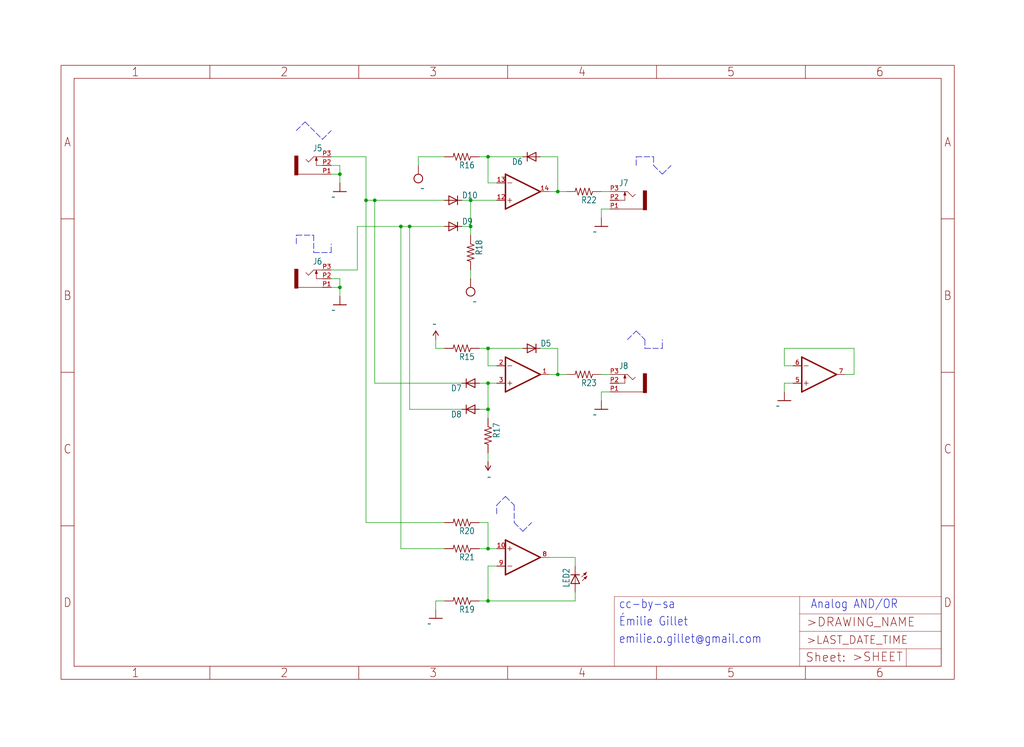
<source format=kicad_sch>
(kicad_sch (version 20211123) (generator eeschema)
  (paper "User" 298.45 217.881)
  (lib_symbols
    (symbol "kinks_v41-eagle-import:A4L-LOC"
      (symbol "A4L-LOC_0_0"
        (polyline (pts (xy 0 44.7675) (xy 3.81 44.7675)))
        (polyline (pts (xy 0 89.535) (xy 3.81 89.535)))
        (polyline (pts (xy 0 134.3025) (xy 3.81 134.3025)))
        (polyline (pts (xy 3.81 3.81) (xy 3.81 175.26)))
        (polyline (pts (xy 43.3917 0) (xy 43.3917 3.81)))
        (polyline (pts (xy 43.3917 175.26) (xy 43.3917 179.07)))
        (polyline (pts (xy 86.7833 0) (xy 86.7833 3.81)))
        (polyline (pts (xy 86.7833 175.26) (xy 86.7833 179.07)))
        (polyline (pts (xy 130.175 0) (xy 130.175 3.81)))
        (polyline (pts (xy 130.175 175.26) (xy 130.175 179.07)))
        (polyline (pts (xy 173.5667 0) (xy 173.5667 3.81)))
        (polyline (pts (xy 173.5667 175.26) (xy 173.5667 179.07)))
        (polyline (pts (xy 216.9583 0) (xy 216.9583 3.81)))
        (polyline (pts (xy 216.9583 175.26) (xy 216.9583 179.07)))
        (polyline (pts (xy 256.54 3.81) (xy 3.81 3.81)))
        (polyline (pts (xy 256.54 3.81) (xy 256.54 175.26)))
        (polyline (pts (xy 256.54 44.7675) (xy 260.35 44.7675)))
        (polyline (pts (xy 256.54 89.535) (xy 260.35 89.535)))
        (polyline (pts (xy 256.54 134.3025) (xy 260.35 134.3025)))
        (polyline (pts (xy 256.54 175.26) (xy 3.81 175.26)))
        (polyline (pts (xy 0 0) (xy 260.35 0) (xy 260.35 179.07) (xy 0 179.07) (xy 0 0)))
        (text "1" (at 21.6958 1.905 0) (effects (font (size 2.54 2.286))))
        (text "1" (at 21.6958 177.165 0) (effects (font (size 2.54 2.286))))
        (text "2" (at 65.0875 1.905 0) (effects (font (size 2.54 2.286))))
        (text "2" (at 65.0875 177.165 0) (effects (font (size 2.54 2.286))))
        (text "3" (at 108.4792 1.905 0) (effects (font (size 2.54 2.286))))
        (text "3" (at 108.4792 177.165 0) (effects (font (size 2.54 2.286))))
        (text "4" (at 151.8708 1.905 0) (effects (font (size 2.54 2.286))))
        (text "4" (at 151.8708 177.165 0) (effects (font (size 2.54 2.286))))
        (text "5" (at 195.2625 1.905 0) (effects (font (size 2.54 2.286))))
        (text "5" (at 195.2625 177.165 0) (effects (font (size 2.54 2.286))))
        (text "6" (at 238.6542 1.905 0) (effects (font (size 2.54 2.286))))
        (text "6" (at 238.6542 177.165 0) (effects (font (size 2.54 2.286))))
        (text "A" (at 1.905 156.6863 0) (effects (font (size 2.54 2.286))))
        (text "A" (at 258.445 156.6863 0) (effects (font (size 2.54 2.286))))
        (text "B" (at 1.905 111.9188 0) (effects (font (size 2.54 2.286))))
        (text "B" (at 258.445 111.9188 0) (effects (font (size 2.54 2.286))))
        (text "C" (at 1.905 67.1513 0) (effects (font (size 2.54 2.286))))
        (text "C" (at 258.445 67.1513 0) (effects (font (size 2.54 2.286))))
        (text "D" (at 1.905 22.3838 0) (effects (font (size 2.54 2.286))))
        (text "D" (at 258.445 22.3838 0) (effects (font (size 2.54 2.286))))
      )
      (symbol "A4L-LOC_1_0"
        (polyline (pts (xy 161.29 3.81) (xy 161.29 24.13)) (stroke (width 0.1016)))
        (polyline (pts (xy 161.29 24.13) (xy 215.265 24.13)) (stroke (width 0.1016)))
        (polyline (pts (xy 215.265 8.89) (xy 215.265 3.81)) (stroke (width 0.1016)))
        (polyline (pts (xy 215.265 8.89) (xy 215.265 13.97)) (stroke (width 0.1016)))
        (polyline (pts (xy 215.265 13.97) (xy 215.265 19.05)) (stroke (width 0.1016)))
        (polyline (pts (xy 215.265 13.97) (xy 256.54 13.97)) (stroke (width 0.1016)))
        (polyline (pts (xy 215.265 19.05) (xy 215.265 24.13)) (stroke (width 0.1016)))
        (polyline (pts (xy 215.265 19.05) (xy 256.54 19.05)) (stroke (width 0.1016)))
        (polyline (pts (xy 215.265 24.13) (xy 256.54 24.13)) (stroke (width 0.1016)))
        (polyline (pts (xy 246.38 3.81) (xy 246.38 8.89)) (stroke (width 0.1016)))
        (polyline (pts (xy 246.38 8.89) (xy 215.265 8.89)) (stroke (width 0.1016)))
        (polyline (pts (xy 246.38 8.89) (xy 256.54 8.89)) (stroke (width 0.1016)))
        (polyline (pts (xy 256.54 3.81) (xy 256.54 8.89)) (stroke (width 0.1016)))
        (polyline (pts (xy 256.54 8.89) (xy 256.54 13.97)) (stroke (width 0.1016)))
        (polyline (pts (xy 256.54 13.97) (xy 256.54 19.05)) (stroke (width 0.1016)))
        (polyline (pts (xy 256.54 19.05) (xy 256.54 24.13)) (stroke (width 0.1016)))
        (text ">DRAWING_NAME" (at 217.17 15.24 0) (effects (font (size 2.54 2.54)) (justify left bottom)))
        (text ">LAST_DATE_TIME" (at 217.17 10.16 0) (effects (font (size 2.286 2.286)) (justify left bottom)))
        (text ">SHEET" (at 230.505 5.08 0) (effects (font (size 2.54 2.54)) (justify left bottom)))
        (text "Sheet:" (at 216.916 4.953 0) (effects (font (size 2.54 2.54)) (justify left bottom)))
      )
    )
    (symbol "kinks_v41-eagle-import:DIODE-SOD523"
      (property "Reference" "D" (at 2.54 0.4826 0))
      (property "Value" "DIODE-SOD523" (at 2.54 -2.3114 0))
      (symbol "DIODE-SOD523_1_0"
        (polyline (pts (xy -1.27 -1.27) (xy 1.27 0)) (stroke (width 0.254)))
        (polyline (pts (xy -1.27 1.27) (xy -1.27 -1.27)) (stroke (width 0.254)))
        (polyline (pts (xy 1.27 0) (xy -1.27 1.27)) (stroke (width 0.254)))
        (polyline (pts (xy 1.27 0) (xy 1.27 -1.27)) (stroke (width 0.254)))
        (polyline (pts (xy 1.27 1.27) (xy 1.27 0)) (stroke (width 0.254)))
        (pin passive line (at -2.54 0 0) (length 2.54) (name "A") (number "A"))
        (pin passive line (at 2.54 0 180) (length 2.54) (name "C") (number "C"))
      )
    )
    (symbol "kinks_v41-eagle-import:GND" (power)
      (property "Value" "GND" (at -2.54 -2.54 0))
      (symbol "GND_1_0"
        (polyline (pts (xy -1.905 0) (xy 1.905 0)) (stroke (width 0.254)))
        (pin power_in line (at 0 2.54 270) (length 2.54) (name "GND") (number "1"))
      )
    )
    (symbol "kinks_v41-eagle-import:LED3MM"
      (property "Reference" "LED" (at 3.556 -4.572 90))
      (property "Value" "LED3MM" (at 5.715 -4.572 90))
      (symbol "LED3MM_1_0"
        (polyline (pts (xy -2.032 -0.762) (xy -3.429 -2.159)) (stroke (width 0.1524)))
        (polyline (pts (xy -1.905 -1.905) (xy -3.302 -3.302)) (stroke (width 0.1524)))
        (polyline (pts (xy 0 -2.54) (xy -1.27 -2.54)) (stroke (width 0.254)))
        (polyline (pts (xy 0 -2.54) (xy -1.27 0)) (stroke (width 0.254)))
        (polyline (pts (xy 0 0) (xy -1.27 0)) (stroke (width 0.254)))
        (polyline (pts (xy 0 0) (xy 0 -2.54)) (stroke (width 0.1524)))
        (polyline (pts (xy 1.27 -2.54) (xy 0 -2.54)) (stroke (width 0.254)))
        (polyline (pts (xy 1.27 0) (xy 0 -2.54)) (stroke (width 0.254)))
        (polyline (pts (xy 1.27 0) (xy 0 0)) (stroke (width 0.254)))
        (polyline (pts (xy -3.429 -2.159) (xy -3.048 -1.27) (xy -2.54 -1.778)) (fill (type outline)))
        (polyline (pts (xy -3.302 -3.302) (xy -2.921 -2.413) (xy -2.413 -2.921)) (fill (type outline)))
        (pin passive line (at 0 2.54 270) (length 2.54) (name "A") (number "A"))
        (pin passive line (at 0 -5.08 90) (length 2.54) (name "C") (number "K"))
      )
    )
    (symbol "kinks_v41-eagle-import:PJ301_THONKICONN6"
      (property "Reference" "J" (at -2.54 4.064 0))
      (symbol "PJ301_THONKICONN6_1_0"
        (polyline (pts (xy -2.54 -2.54) (xy 4.572 -2.54)) (stroke (width 0.1524)))
        (polyline (pts (xy -2.54 0) (xy -0.762 0)) (stroke (width 0.1524)))
        (polyline (pts (xy -2.54 2.54) (xy 0 2.54)) (stroke (width 0.1524)))
        (polyline (pts (xy -1.016 1.524) (xy -0.508 1.524)) (stroke (width 0.254)))
        (polyline (pts (xy -0.762 0) (xy -0.762 2.286)) (stroke (width 0.1524)))
        (polyline (pts (xy -0.762 2.286) (xy -1.016 1.524)) (stroke (width 0.254)))
        (polyline (pts (xy -0.508 1.524) (xy -0.762 2.286)) (stroke (width 0.254)))
        (polyline (pts (xy 0 2.54) (xy 1.524 1.016)) (stroke (width 0.1524)))
        (polyline (pts (xy 1.524 1.016) (xy 2.286 1.778)) (stroke (width 0.1524)))
        (rectangle (start 4.572 2.794) (end 5.588 -2.794) (fill (type outline)))
        (pin passive line (at -5.08 -2.54 0) (length 2.54) (name "1") (number "P1"))
        (pin passive line (at -5.08 0 0) (length 2.54) (name "2") (number "P2"))
        (pin passive line (at -5.08 2.54 0) (length 2.54) (name "3") (number "P3"))
      )
    )
    (symbol "kinks_v41-eagle-import:R-US_R0402"
      (property "Reference" "R" (at -3.81 1.4986 0))
      (property "Value" "R-US_R0402" (at -3.81 -3.302 0))
      (symbol "R-US_R0402_1_0"
        (polyline (pts (xy -2.54 0) (xy -2.159 1.016)) (stroke (width 0.2032)))
        (polyline (pts (xy -2.159 1.016) (xy -1.524 -1.016)) (stroke (width 0.2032)))
        (polyline (pts (xy -1.524 -1.016) (xy -0.889 1.016)) (stroke (width 0.2032)))
        (polyline (pts (xy -0.889 1.016) (xy -0.254 -1.016)) (stroke (width 0.2032)))
        (polyline (pts (xy -0.254 -1.016) (xy 0.381 1.016)) (stroke (width 0.2032)))
        (polyline (pts (xy 0.381 1.016) (xy 1.016 -1.016)) (stroke (width 0.2032)))
        (polyline (pts (xy 1.016 -1.016) (xy 1.651 1.016)) (stroke (width 0.2032)))
        (polyline (pts (xy 1.651 1.016) (xy 2.286 -1.016)) (stroke (width 0.2032)))
        (polyline (pts (xy 2.286 -1.016) (xy 2.54 0)) (stroke (width 0.2032)))
        (pin passive line (at -5.08 0 0) (length 2.54) (name "1") (number "1"))
        (pin passive line (at 5.08 0 180) (length 2.54) (name "2") (number "2"))
      )
    )
    (symbol "kinks_v41-eagle-import:TL074PW"
      (symbol "TL074PW_1_0"
        (polyline (pts (xy -5.08 -5.08) (xy 5.08 0)) (stroke (width 0.4064)))
        (polyline (pts (xy -5.08 5.08) (xy -5.08 -5.08)) (stroke (width 0.4064)))
        (polyline (pts (xy -4.445 -2.54) (xy -3.175 -2.54)) (stroke (width 0.1524)))
        (polyline (pts (xy -4.445 2.54) (xy -3.175 2.54)) (stroke (width 0.1524)))
        (polyline (pts (xy -3.81 3.175) (xy -3.81 1.905)) (stroke (width 0.1524)))
        (polyline (pts (xy 5.08 0) (xy -5.08 5.08)) (stroke (width 0.4064)))
        (pin output line (at 7.62 0 180) (length 2.54) (name "OUT") (number "1"))
        (pin input line (at -7.62 -2.54 0) (length 2.54) (name "-IN") (number "2"))
        (pin input line (at -7.62 2.54 0) (length 2.54) (name "+IN") (number "3"))
      )
      (symbol "TL074PW_2_0"
        (polyline (pts (xy -5.08 -5.08) (xy 5.08 0)) (stroke (width 0.4064)))
        (polyline (pts (xy -5.08 5.08) (xy -5.08 -5.08)) (stroke (width 0.4064)))
        (polyline (pts (xy -4.445 -2.54) (xy -3.175 -2.54)) (stroke (width 0.1524)))
        (polyline (pts (xy -4.445 2.54) (xy -3.175 2.54)) (stroke (width 0.1524)))
        (polyline (pts (xy -3.81 3.175) (xy -3.81 1.905)) (stroke (width 0.1524)))
        (polyline (pts (xy 5.08 0) (xy -5.08 5.08)) (stroke (width 0.4064)))
        (pin input line (at -7.62 2.54 0) (length 2.54) (name "+IN") (number "5"))
        (pin input line (at -7.62 -2.54 0) (length 2.54) (name "-IN") (number "6"))
        (pin output line (at 7.62 0 180) (length 2.54) (name "OUT") (number "7"))
      )
      (symbol "TL074PW_3_0"
        (polyline (pts (xy -5.08 -5.08) (xy 5.08 0)) (stroke (width 0.4064)))
        (polyline (pts (xy -5.08 5.08) (xy -5.08 -5.08)) (stroke (width 0.4064)))
        (polyline (pts (xy -4.445 -2.54) (xy -3.175 -2.54)) (stroke (width 0.1524)))
        (polyline (pts (xy -4.445 2.54) (xy -3.175 2.54)) (stroke (width 0.1524)))
        (polyline (pts (xy -3.81 3.175) (xy -3.81 1.905)) (stroke (width 0.1524)))
        (polyline (pts (xy 5.08 0) (xy -5.08 5.08)) (stroke (width 0.4064)))
        (pin input line (at -7.62 2.54 0) (length 2.54) (name "+IN") (number "10"))
        (pin output line (at 7.62 0 180) (length 2.54) (name "OUT") (number "8"))
        (pin input line (at -7.62 -2.54 0) (length 2.54) (name "-IN") (number "9"))
      )
      (symbol "TL074PW_4_0"
        (polyline (pts (xy -5.08 -5.08) (xy 5.08 0)) (stroke (width 0.4064)))
        (polyline (pts (xy -5.08 5.08) (xy -5.08 -5.08)) (stroke (width 0.4064)))
        (polyline (pts (xy -4.445 -2.54) (xy -3.175 -2.54)) (stroke (width 0.1524)))
        (polyline (pts (xy -4.445 2.54) (xy -3.175 2.54)) (stroke (width 0.1524)))
        (polyline (pts (xy -3.81 3.175) (xy -3.81 1.905)) (stroke (width 0.1524)))
        (polyline (pts (xy 5.08 0) (xy -5.08 5.08)) (stroke (width 0.4064)))
        (pin input line (at -7.62 2.54 0) (length 2.54) (name "+IN") (number "12"))
        (pin input line (at -7.62 -2.54 0) (length 2.54) (name "-IN") (number "13"))
        (pin output line (at 7.62 0 180) (length 2.54) (name "OUT") (number "14"))
      )
      (symbol "TL074PW_5_0"
        (text "V+" (at 1.27 3.175 900) (effects (font (size 0.8128 0.6908)) (justify left bottom)))
        (text "V-" (at 1.27 -4.445 900) (effects (font (size 0.8128 0.6908)) (justify left bottom)))
        (pin power_in line (at 0 -7.62 90) (length 5.08) (name "V-") (number "11"))
        (pin power_in line (at 0 7.62 270) (length 5.08) (name "V+") (number "4"))
      )
    )
    (symbol "kinks_v41-eagle-import:VCC" (power)
      (property "Value" "VCC" (at -1.016 3.556 0))
      (symbol "VCC_1_0"
        (polyline (pts (xy 0 2.54) (xy -0.762 1.27)) (stroke (width 0.254)))
        (polyline (pts (xy 0.762 1.27) (xy 0 2.54)) (stroke (width 0.254)))
        (pin power_in line (at 0 0 90) (length 2.54) (name "VCC") (number "1"))
      )
    )
    (symbol "kinks_v41-eagle-import:VEE" (power)
      (property "Value" "VEE" (at -1.905 3.175 0))
      (symbol "VEE_1_0"
        (circle (center 0 1.27) (radius 1.27) (stroke (width 0.254)))
        (pin power_in line (at 0 -2.54 90) (length 2.54) (name "VEE") (number "1"))
      )
    )
  )
  (junction (at 142.24 45.72))
  (junction (at 109.22 58.42))
  (junction (at 106.68 58.42))
  (junction (at 142.24 175.26))
  (junction (at 142.24 160.02))
  (junction (at 99.06 50.8))
  (junction (at 137.16 58.42))
  (junction (at 137.16 66.04))
  (junction (at 142.24 101.6))
  (junction (at 142.24 111.76))
  (junction (at 162.56 55.88))
  (junction (at 142.24 119.38))
  (junction (at 119.38 66.04))
  (junction (at 99.06 83.82))
  (junction (at 162.56 109.22))
  (junction (at 116.84 66.04))
  (wire (pts (xy 142.24 160.02) (xy 142.24 152.4)))
  (wire (pts (xy 129.54 160.02) (xy 116.84 160.02)))
  (wire (pts (xy 157.48 45.72) (xy 162.56 45.72)))
  (wire (pts (xy 162.56 55.88) (xy 165.1 55.88)))
  (polyline (pts (xy 149.86 152.4) (xy 152.4 154.94)))
  (wire (pts (xy 134.62 66.04) (xy 137.16 66.04)))
  (wire (pts (xy 119.38 66.04) (xy 116.84 66.04)))
  (polyline (pts (xy 91.44 68.58) (xy 91.44 73.66)))
  (wire (pts (xy 96.52 83.82) (xy 99.06 83.82)))
  (wire (pts (xy 134.62 119.38) (xy 119.38 119.38)))
  (polyline (pts (xy 185.42 96.52) (xy 187.96 99.06)))
  (wire (pts (xy 96.52 48.26) (xy 99.06 48.26)))
  (wire (pts (xy 144.78 106.68) (xy 142.24 106.68)))
  (wire (pts (xy 99.06 50.8) (xy 99.06 53.34)))
  (wire (pts (xy 231.14 106.68) (xy 228.6 106.68)))
  (wire (pts (xy 175.26 114.3) (xy 175.26 116.84)))
  (wire (pts (xy 177.8 55.88) (xy 175.26 55.88)))
  (wire (pts (xy 144.78 53.34) (xy 142.24 53.34)))
  (wire (pts (xy 134.62 58.42) (xy 137.16 58.42)))
  (wire (pts (xy 162.56 109.22) (xy 160.02 109.22)))
  (wire (pts (xy 99.06 81.28) (xy 99.06 83.82)))
  (wire (pts (xy 142.24 119.38) (xy 139.7 119.38)))
  (wire (pts (xy 177.8 114.3) (xy 175.26 114.3)))
  (polyline (pts (xy 182.88 99.06) (xy 185.42 96.52)))
  (polyline (pts (xy 152.4 154.94) (xy 154.94 152.4)))
  (wire (pts (xy 228.6 111.76) (xy 228.6 114.3)))
  (polyline (pts (xy 144.78 147.32) (xy 147.32 144.78)))
  (wire (pts (xy 96.52 81.28) (xy 99.06 81.28)))
  (wire (pts (xy 167.64 162.56) (xy 167.64 165.1)))
  (polyline (pts (xy 91.44 73.66) (xy 96.52 73.66)))
  (polyline (pts (xy 86.36 38.1) (xy 88.9 35.56)))
  (wire (pts (xy 137.16 58.42) (xy 144.78 58.42)))
  (wire (pts (xy 167.64 172.72) (xy 167.64 175.26)))
  (wire (pts (xy 127 101.6) (xy 127 99.06)))
  (wire (pts (xy 142.24 175.26) (xy 139.7 175.26)))
  (polyline (pts (xy 93.98 40.64) (xy 96.52 38.1)))
  (wire (pts (xy 109.22 111.76) (xy 109.22 58.42)))
  (wire (pts (xy 231.14 111.76) (xy 228.6 111.76)))
  (wire (pts (xy 116.84 160.02) (xy 116.84 66.04)))
  (wire (pts (xy 106.68 152.4) (xy 106.68 58.42)))
  (wire (pts (xy 142.24 132.08) (xy 142.24 134.62)))
  (wire (pts (xy 175.26 60.96) (xy 175.26 63.5)))
  (wire (pts (xy 152.4 101.6) (xy 142.24 101.6)))
  (wire (pts (xy 142.24 119.38) (xy 142.24 121.92)))
  (wire (pts (xy 129.54 175.26) (xy 127 175.26)))
  (wire (pts (xy 139.7 152.4) (xy 142.24 152.4)))
  (wire (pts (xy 162.56 45.72) (xy 162.56 55.88)))
  (wire (pts (xy 162.56 55.88) (xy 160.02 55.88)))
  (polyline (pts (xy 144.78 149.86) (xy 144.78 147.32)))
  (wire (pts (xy 142.24 101.6) (xy 139.7 101.6)))
  (polyline (pts (xy 86.36 68.58) (xy 91.44 68.58)))
  (wire (pts (xy 142.24 111.76) (xy 142.24 119.38)))
  (wire (pts (xy 137.16 58.42) (xy 137.16 66.04)))
  (polyline (pts (xy 193.04 101.6) (xy 193.04 99.06)))
  (wire (pts (xy 142.24 106.68) (xy 142.24 101.6)))
  (wire (pts (xy 99.06 48.26) (xy 99.06 50.8)))
  (polyline (pts (xy 86.36 71.12) (xy 86.36 68.58)))
  (wire (pts (xy 127 175.26) (xy 127 177.8)))
  (wire (pts (xy 129.54 45.72) (xy 121.92 45.72)))
  (wire (pts (xy 121.92 45.72) (xy 121.92 48.26)))
  (wire (pts (xy 142.24 45.72) (xy 152.4 45.72)))
  (wire (pts (xy 142.24 160.02) (xy 144.78 160.02)))
  (wire (pts (xy 96.52 45.72) (xy 106.68 45.72)))
  (wire (pts (xy 137.16 68.58) (xy 137.16 66.04)))
  (wire (pts (xy 142.24 165.1) (xy 142.24 175.26)))
  (wire (pts (xy 129.54 152.4) (xy 106.68 152.4)))
  (wire (pts (xy 142.24 165.1) (xy 144.78 165.1)))
  (polyline (pts (xy 96.52 73.66) (xy 96.52 71.12)))
  (wire (pts (xy 139.7 160.02) (xy 142.24 160.02)))
  (polyline (pts (xy 193.04 50.8) (xy 195.58 48.26)))
  (polyline (pts (xy 147.32 144.78) (xy 149.86 147.32)))
  (wire (pts (xy 177.8 60.96) (xy 175.26 60.96)))
  (wire (pts (xy 106.68 45.72) (xy 106.68 58.42)))
  (wire (pts (xy 96.52 78.74) (xy 104.14 78.74)))
  (wire (pts (xy 228.6 101.6) (xy 248.92 101.6)))
  (polyline (pts (xy 190.5 48.26) (xy 193.04 50.8)))
  (wire (pts (xy 228.6 106.68) (xy 228.6 101.6)))
  (wire (pts (xy 129.54 101.6) (xy 127 101.6)))
  (polyline (pts (xy 149.86 147.32) (xy 149.86 152.4)))
  (wire (pts (xy 137.16 78.74) (xy 137.16 81.28)))
  (wire (pts (xy 96.52 50.8) (xy 99.06 50.8)))
  (wire (pts (xy 175.26 109.22) (xy 177.8 109.22)))
  (wire (pts (xy 142.24 53.34) (xy 142.24 45.72)))
  (polyline (pts (xy 190.5 45.72) (xy 190.5 48.26)))
  (wire (pts (xy 104.14 78.74) (xy 104.14 66.04)))
  (polyline (pts (xy 185.42 45.72) (xy 190.5 45.72)))
  (wire (pts (xy 119.38 66.04) (xy 129.54 66.04)))
  (wire (pts (xy 106.68 58.42) (xy 109.22 58.42)))
  (wire (pts (xy 139.7 45.72) (xy 142.24 45.72)))
  (wire (pts (xy 104.14 66.04) (xy 116.84 66.04)))
  (wire (pts (xy 167.64 175.26) (xy 142.24 175.26)))
  (wire (pts (xy 142.24 111.76) (xy 144.78 111.76)))
  (wire (pts (xy 248.92 109.22) (xy 246.38 109.22)))
  (wire (pts (xy 119.38 119.38) (xy 119.38 66.04)))
  (wire (pts (xy 248.92 101.6) (xy 248.92 109.22)))
  (wire (pts (xy 162.56 101.6) (xy 162.56 109.22)))
  (wire (pts (xy 160.02 162.56) (xy 167.64 162.56)))
  (wire (pts (xy 157.48 101.6) (xy 162.56 101.6)))
  (polyline (pts (xy 185.42 48.26) (xy 185.42 45.72)))
  (polyline (pts (xy 88.9 35.56) (xy 93.98 40.64)))
  (wire (pts (xy 139.7 111.76) (xy 142.24 111.76)))
  (wire (pts (xy 99.06 83.82) (xy 99.06 86.36)))
  (wire (pts (xy 162.56 109.22) (xy 165.1 109.22)))
  (wire (pts (xy 109.22 58.42) (xy 129.54 58.42)))
  (polyline (pts (xy 187.96 101.6) (xy 193.04 101.6)))
  (polyline (pts (xy 187.96 99.06) (xy 187.96 101.6)))
  (wire (pts (xy 134.62 111.76) (xy 109.22 111.76)))
  (text "Analog AND/OR" (at 236.22 177.8 180) (effects (font (size 2.54 2.159)) (justify left bottom)))
  (text "cc-by-sa" (at 180.34 177.8 180) (effects (font (size 2.54 2.159)) (justify left bottom)))
  (text "Émilie Gillet" (at 180.34 182.88 180) (effects (font (size 2.54 2.159)) (justify left bottom)))
  (text "emilie.o.gillet@gmail.com" (at 180.34 187.96 180) (effects (font (size 2.54 2.159)) (justify left bottom)))
  (symbol (lib_id "kinks_v41-eagle-import:R-US_R0402") (at 137.16 73.66 270) (unit 1)
    (property "Reference" "R18" (at 138.6586 69.85 0) (effects (font (size 1.778 1.5113)) (justify left bottom)))
  )
  (symbol (lib_id "kinks_v41-eagle-import:TL074PW") (at 238.76 109.22 0) (mirror x) (unit 2)
    (property "Reference" "IC3" (effects hide))
  )
  (symbol (lib_id "kinks_v41-eagle-import:PJ301_THONKICONN6") (at 182.88 111.76 0) (unit 1)
    (property "Reference" "J8" (at 180.34 107.696 0) (effects (font (size 1.778 1.5113)) (justify left bottom)))
  )
  (symbol (lib_id "kinks_v41-eagle-import:R-US_R0402") (at 170.18 55.88 180) (unit 1)
    (property "Reference" "R22" (at 173.99 57.3786 0) (effects (font (size 1.778 1.5113)) (justify left bottom)))
  )
  (symbol (lib_id "kinks_v41-eagle-import:DIODE-SOD523") (at 137.16 119.38 180) (unit 1)
    (property "Reference" "D8" (at 134.62 119.8626 0) (effects (font (size 1.778 1.5113)) (justify left bottom)))
  )
  (symbol (lib_id "kinks_v41-eagle-import:R-US_R0402") (at 134.62 175.26 180) (unit 1)
    (property "Reference" "R19" (at 138.43 176.7586 0) (effects (font (size 1.778 1.5113)) (justify left bottom)))
  )
  (symbol (lib_id "kinks_v41-eagle-import:GND") (at 228.6 116.84 0) (unit 1)
    (property "Reference" "#GND20" (effects hide))
  )
  (symbol (lib_id "kinks_v41-eagle-import:VCC") (at 142.24 134.62 180) (unit 1)
    (property "Reference" "#P+4" (effects hide))
  )
  (symbol (lib_id "kinks_v41-eagle-import:R-US_R0402") (at 134.62 45.72 180) (unit 1)
    (property "Reference" "R16" (at 138.43 47.2186 0) (effects (font (size 1.778 1.5113)) (justify left bottom)))
  )
  (symbol (lib_id "kinks_v41-eagle-import:R-US_R0402") (at 134.62 101.6 180) (unit 1)
    (property "Reference" "R15" (at 138.43 103.0986 0) (effects (font (size 1.778 1.5113)) (justify left bottom)))
  )
  (symbol (lib_id "kinks_v41-eagle-import:TL074PW") (at 152.4 162.56 0) (unit 3)
    (property "Reference" "IC3" (effects hide))
  )
  (symbol (lib_id "kinks_v41-eagle-import:GND") (at 99.06 55.88 0) (unit 1)
    (property "Reference" "#GND11" (effects hide))
  )
  (symbol (lib_id "kinks_v41-eagle-import:VEE") (at 137.16 83.82 180) (unit 1)
    (property "Reference" "#SUPPLY3" (effects hide))
  )
  (symbol (lib_id "kinks_v41-eagle-import:VCC") (at 127 99.06 0) (unit 1)
    (property "Reference" "#P+7" (effects hide))
  )
  (symbol (lib_id "kinks_v41-eagle-import:TL074PW") (at 152.4 55.88 0) (mirror x) (unit 4)
    (property "Reference" "IC3" (effects hide))
  )
  (symbol (lib_id "kinks_v41-eagle-import:DIODE-SOD523") (at 137.16 111.76 180) (unit 1)
    (property "Reference" "D7" (at 134.62 112.2426 0) (effects (font (size 1.778 1.5113)) (justify left bottom)))
  )
  (symbol (lib_id "kinks_v41-eagle-import:DIODE-SOD523") (at 154.94 45.72 180) (unit 1)
    (property "Reference" "D6" (at 152.4 46.2026 0) (effects (font (size 1.778 1.5113)) (justify left bottom)))
  )
  (symbol (lib_id "kinks_v41-eagle-import:GND") (at 99.06 88.9 0) (unit 1)
    (property "Reference" "#GND10" (effects hide))
  )
  (symbol (lib_id "kinks_v41-eagle-import:R-US_R0402") (at 134.62 160.02 180) (unit 1)
    (property "Reference" "R21" (at 138.43 161.5186 0) (effects (font (size 1.778 1.5113)) (justify left bottom)))
  )
  (symbol (lib_id "kinks_v41-eagle-import:A4L-LOC") (at 17.78 198.12 0) (unit 1)
    (property "Reference" "#FRAME6" (effects hide))
  )
  (symbol (lib_id "kinks_v41-eagle-import:DIODE-SOD523") (at 154.94 101.6 0) (unit 1)
    (property "Reference" "D5" (at 157.48 101.1174 0) (effects (font (size 1.778 1.5113)) (justify left bottom)))
  )
  (symbol (lib_id "kinks_v41-eagle-import:VEE") (at 121.92 50.8 180) (unit 1)
    (property "Reference" "#SUPPLY5" (effects hide))
  )
  (symbol (lib_id "kinks_v41-eagle-import:R-US_R0402") (at 134.62 152.4 180) (unit 1)
    (property "Reference" "R20" (at 138.43 153.8986 0) (effects (font (size 1.778 1.5113)) (justify left bottom)))
  )
  (symbol (lib_id "kinks_v41-eagle-import:GND") (at 175.26 119.38 0) (unit 1)
    (property "Reference" "#GND9" (effects hide))
  )
  (symbol (lib_id "kinks_v41-eagle-import:LED3MM") (at 167.64 170.18 180) (unit 1)
    (property "Reference" "LED2" (at 164.084 165.608 90) (effects (font (size 1.778 1.5113)) (justify left bottom)))
  )
  (symbol (lib_id "kinks_v41-eagle-import:PJ301_THONKICONN6") (at 91.44 48.26 0) (mirror y) (unit 1)
    (property "Reference" "J5" (at 93.98 44.196 0) (effects (font (size 1.778 1.5113)) (justify left bottom)))
  )
  (symbol (lib_id "kinks_v41-eagle-import:DIODE-SOD523") (at 132.08 66.04 0) (unit 1)
    (property "Reference" "D9" (at 134.62 65.5574 0) (effects (font (size 1.778 1.5113)) (justify left bottom)))
  )
  (symbol (lib_id "kinks_v41-eagle-import:DIODE-SOD523") (at 132.08 58.42 0) (unit 1)
    (property "Reference" "D10" (at 134.62 57.9374 0) (effects (font (size 1.778 1.5113)) (justify left bottom)))
  )
  (symbol (lib_id "kinks_v41-eagle-import:GND") (at 175.26 66.04 0) (unit 1)
    (property "Reference" "#GND14" (effects hide))
  )
  (symbol (lib_id "kinks_v41-eagle-import:TL074PW") (at 152.4 109.22 0) (mirror x) (unit 1)
    (property "Reference" "IC3" (effects hide))
  )
  (symbol (lib_id "kinks_v41-eagle-import:GND") (at 127 180.34 0) (unit 1)
    (property "Reference" "#GND17" (effects hide))
  )
  (symbol (lib_id "kinks_v41-eagle-import:PJ301_THONKICONN6") (at 91.44 81.28 0) (mirror y) (unit 1)
    (property "Reference" "J6" (at 93.98 77.216 0) (effects (font (size 1.778 1.5113)) (justify left bottom)))
  )
  (symbol (lib_id "kinks_v41-eagle-import:R-US_R0402") (at 142.24 127 270) (unit 1)
    (property "Reference" "R17" (at 143.7386 123.19 0) (effects (font (size 1.778 1.5113)) (justify left bottom)))
  )
  (symbol (lib_id "kinks_v41-eagle-import:PJ301_THONKICONN6") (at 182.88 58.42 0) (unit 1)
    (property "Reference" "J7" (at 180.34 54.356 0) (effects (font (size 1.778 1.5113)) (justify left bottom)))
  )
  (symbol (lib_id "kinks_v41-eagle-import:R-US_R0402") (at 170.18 109.22 180) (unit 1)
    (property "Reference" "R23" (at 173.99 110.7186 0) (effects (font (size 1.778 1.5113)) (justify left bottom)))
  )
)
</source>
